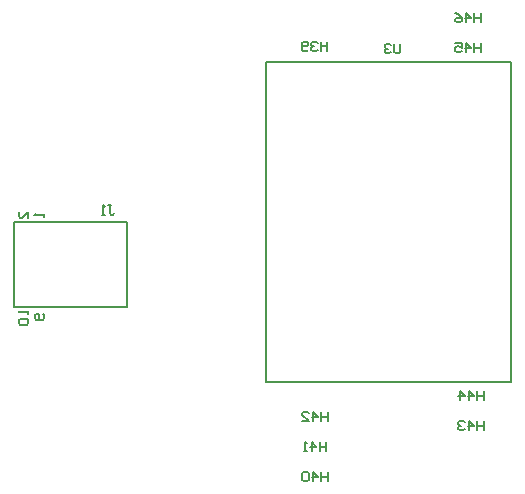
<source format=gbo>
G04*
G04 #@! TF.GenerationSoftware,Altium Limited,Altium Designer,21.2.0 (30)*
G04*
G04 Layer_Color=32896*
%FSLAX25Y25*%
%MOIN*%
G70*
G04*
G04 #@! TF.SameCoordinates,B96C5F5D-6F64-4CBB-A979-4CA2DAF74F4E*
G04*
G04*
G04 #@! TF.FilePolarity,Positive*
G04*
G01*
G75*
%ADD12C,0.00591*%
%ADD42C,0.00787*%
%ADD43C,0.00787*%
D12*
X363198Y315574D02*
Y312426D01*
Y314000D01*
X361099D01*
Y315574D01*
Y312426D01*
X358475D02*
Y315574D01*
X360050Y314000D01*
X357950D01*
X356901Y315050D02*
X356376Y315574D01*
X355327D01*
X354802Y315050D01*
Y312950D01*
X355327Y312426D01*
X356376D01*
X356901Y312950D01*
Y315050D01*
X362673Y325574D02*
Y322426D01*
Y324000D01*
X360574D01*
Y325574D01*
Y322426D01*
X357950D02*
Y325574D01*
X359525Y324000D01*
X357426D01*
X356376Y322426D02*
X355327D01*
X355851D01*
Y325574D01*
X356376Y325049D01*
X363198Y335574D02*
Y332426D01*
Y334000D01*
X361099D01*
Y335574D01*
Y332426D01*
X358475D02*
Y335574D01*
X360050Y334000D01*
X357950D01*
X354802Y332426D02*
X356901D01*
X354802Y334525D01*
Y335050D01*
X355327Y335574D01*
X356376D01*
X356901Y335050D01*
X387466Y458267D02*
Y455643D01*
X386942Y455119D01*
X385892D01*
X385367Y455643D01*
Y458267D01*
X384318Y457743D02*
X383793Y458267D01*
X382743D01*
X382219Y457743D01*
Y457218D01*
X382743Y456693D01*
X383268D01*
X382743D01*
X382219Y456168D01*
Y455643D01*
X382743Y455119D01*
X383793D01*
X384318Y455643D01*
X290059Y404429D02*
X291109D01*
X290584D01*
Y401805D01*
X291109Y401280D01*
X291633D01*
X292158Y401805D01*
X289009Y401280D02*
X287960D01*
X288485D01*
Y404429D01*
X289009Y403904D01*
X268673Y401606D02*
Y400556D01*
Y401081D01*
X265524D01*
X266049Y401606D01*
X268199Y368291D02*
X268724Y367766D01*
Y366717D01*
X268199Y366192D01*
X266100D01*
X265576Y366717D01*
Y367766D01*
X266100Y368291D01*
X266625D01*
X267150Y367766D01*
Y366192D01*
X263417Y369291D02*
Y368242D01*
Y368766D01*
X260268D01*
X260793Y369291D01*
Y366667D02*
X260268Y366143D01*
Y365093D01*
X260793Y364568D01*
X262892D01*
X263417Y365093D01*
Y366143D01*
X262892Y366667D01*
X260793D01*
X263417Y400247D02*
Y402346D01*
X261318Y400247D01*
X260793D01*
X260268Y400772D01*
Y401821D01*
X260793Y402346D01*
X414198Y468574D02*
Y465426D01*
Y467000D01*
X412099D01*
Y468574D01*
Y465426D01*
X409475D02*
Y468574D01*
X411050Y467000D01*
X408951D01*
X405802Y468574D02*
X406851Y468049D01*
X407901Y467000D01*
Y465950D01*
X407376Y465426D01*
X406327D01*
X405802Y465950D01*
Y466475D01*
X406327Y467000D01*
X407901D01*
X415198Y342574D02*
Y339426D01*
Y341000D01*
X413099D01*
Y342574D01*
Y339426D01*
X410475D02*
Y342574D01*
X412049Y341000D01*
X409950D01*
X407327Y339426D02*
Y342574D01*
X408901Y341000D01*
X406802D01*
X415198Y332574D02*
Y329426D01*
Y331000D01*
X413099D01*
Y332574D01*
Y329426D01*
X410475D02*
Y332574D01*
X412049Y331000D01*
X409950D01*
X408901Y332049D02*
X408376Y332574D01*
X407327D01*
X406802Y332049D01*
Y331525D01*
X407327Y331000D01*
X407851D01*
X407327D01*
X406802Y330475D01*
Y329950D01*
X407327Y329426D01*
X408376D01*
X408901Y329950D01*
X363056Y458956D02*
Y455808D01*
Y457382D01*
X360957D01*
Y458956D01*
Y455808D01*
X359908Y458431D02*
X359383Y458956D01*
X358333D01*
X357809Y458431D01*
Y457907D01*
X358333Y457382D01*
X358858D01*
X358333D01*
X357809Y456857D01*
Y456332D01*
X358333Y455808D01*
X359383D01*
X359908Y456332D01*
X356759D02*
X356234Y455808D01*
X355185D01*
X354660Y456332D01*
Y458431D01*
X355185Y458956D01*
X356234D01*
X356759Y458431D01*
Y457907D01*
X356234Y457382D01*
X354660D01*
X414198Y458574D02*
Y455426D01*
Y457000D01*
X412099D01*
Y458574D01*
Y455426D01*
X409475D02*
Y458574D01*
X411050Y457000D01*
X408951D01*
X405802Y458574D02*
X407901D01*
Y457000D01*
X406851Y457525D01*
X406327D01*
X405802Y457000D01*
Y455950D01*
X406327Y455426D01*
X407376D01*
X407901Y455950D01*
D42*
X342752Y345654D02*
X424445D01*
Y452248D01*
X342752D02*
X424445D01*
X342752Y345654D02*
Y452248D01*
D43*
X258591Y370543D02*
X296240D01*
X258591D02*
Y398937D01*
X296240Y370543D02*
Y398937D01*
X258591D02*
X296240D01*
M02*

</source>
